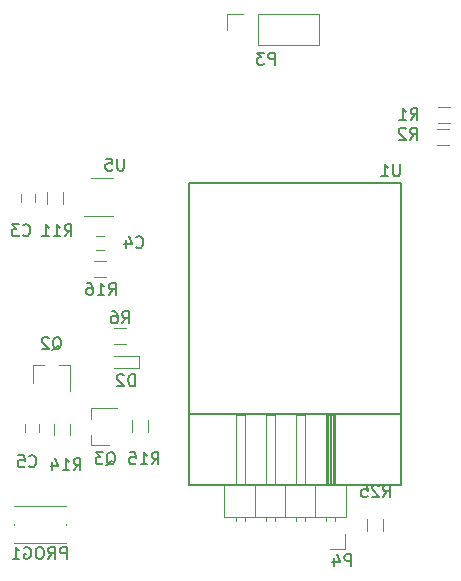
<source format=gbr>
G04 #@! TF.FileFunction,Legend,Bot*
%FSLAX46Y46*%
G04 Gerber Fmt 4.6, Leading zero omitted, Abs format (unit mm)*
G04 Created by KiCad (PCBNEW 4.0.6+dfsg1-1) date Wed Jul 26 09:48:40 2017*
%MOMM*%
%LPD*%
G01*
G04 APERTURE LIST*
%ADD10C,0.100000*%
%ADD11C,0.120000*%
%ADD12C,0.150000*%
G04 APERTURE END LIST*
D10*
D11*
X137970000Y-78920000D02*
X137970000Y-81580000D01*
X132830000Y-78920000D02*
X137970000Y-78920000D01*
X132830000Y-81580000D02*
X137970000Y-81580000D01*
X132830000Y-78920000D02*
X132830000Y-81580000D01*
X131560000Y-78920000D02*
X130230000Y-78920000D01*
X130230000Y-78920000D02*
X130230000Y-80250000D01*
X113750000Y-108670000D02*
X114680000Y-108670000D01*
X116910000Y-108670000D02*
X115980000Y-108670000D01*
X116910000Y-108670000D02*
X116910000Y-110830000D01*
X113750000Y-108670000D02*
X113750000Y-110130000D01*
X112748000Y-94154690D02*
X112748000Y-94854690D01*
X113948000Y-94854690D02*
X113948000Y-94154690D01*
X119823000Y-97729690D02*
X119123000Y-97729690D01*
X119123000Y-98929690D02*
X119823000Y-98929690D01*
X114318000Y-114359000D02*
X114318000Y-113659000D01*
X113118000Y-113659000D02*
X113118000Y-114359000D01*
X122750000Y-107860000D02*
X122750000Y-108860000D01*
X122750000Y-108860000D02*
X120650000Y-108860000D01*
X122750000Y-107860000D02*
X120650000Y-107860000D01*
X116568000Y-122109000D02*
X116568000Y-122209000D01*
X112168000Y-120609000D02*
X116568000Y-120609000D01*
X116568000Y-123709000D02*
X112168000Y-123709000D01*
X112168000Y-122109000D02*
X112168000Y-122209000D01*
X118720000Y-115460000D02*
X118720000Y-114530000D01*
X118720000Y-112300000D02*
X118720000Y-113230000D01*
X118720000Y-112300000D02*
X120880000Y-112300000D01*
X118720000Y-115460000D02*
X120180000Y-115460000D01*
X148050000Y-88130000D02*
X149050000Y-88130000D01*
X149050000Y-86770000D02*
X148050000Y-86770000D01*
X148988000Y-88674000D02*
X147988000Y-88674000D01*
X147988000Y-90034000D02*
X148988000Y-90034000D01*
X121658000Y-105492000D02*
X120658000Y-105492000D01*
X120658000Y-106852000D02*
X121658000Y-106852000D01*
X114943000Y-93979690D02*
X114943000Y-94979690D01*
X116303000Y-94979690D02*
X116303000Y-93979690D01*
X115580000Y-113600000D02*
X115580000Y-114600000D01*
X116940000Y-114600000D02*
X116940000Y-113600000D01*
X122150000Y-113280000D02*
X122150000Y-114280000D01*
X123510000Y-114280000D02*
X123510000Y-113280000D01*
X118975000Y-101180000D02*
X119975000Y-101180000D01*
X119975000Y-99820000D02*
X118975000Y-99820000D01*
X142045000Y-121700000D02*
X142045000Y-122700000D01*
X143405000Y-122700000D02*
X143405000Y-121700000D01*
D12*
X144973880Y-112776800D02*
X144973880Y-118776800D01*
X144973880Y-118776800D02*
X126973880Y-118776800D01*
X126973880Y-118776800D02*
X126973880Y-112776800D01*
X126973880Y-112776800D02*
X144973880Y-112776800D01*
X144973880Y-112776800D02*
X144973880Y-93276800D01*
X144973880Y-93276800D02*
X126973880Y-93276800D01*
X126973880Y-93276800D02*
X126973880Y-112776800D01*
D11*
X118723000Y-92819690D02*
X120523000Y-92819690D01*
X120523000Y-96039690D02*
X118073000Y-96039690D01*
X140268000Y-121496000D02*
X129988000Y-121496000D01*
X129988000Y-121496000D02*
X129988000Y-118836000D01*
X129988000Y-118836000D02*
X140268000Y-118836000D01*
X140268000Y-118836000D02*
X140268000Y-121496000D01*
X139318000Y-118836000D02*
X139318000Y-112836000D01*
X139318000Y-112836000D02*
X138558000Y-112836000D01*
X138558000Y-112836000D02*
X138558000Y-118836000D01*
X139258000Y-118836000D02*
X139258000Y-112836000D01*
X139138000Y-118836000D02*
X139138000Y-112836000D01*
X139018000Y-118836000D02*
X139018000Y-112836000D01*
X138898000Y-118836000D02*
X138898000Y-112836000D01*
X138778000Y-118836000D02*
X138778000Y-112836000D01*
X138658000Y-118836000D02*
X138658000Y-112836000D01*
X139318000Y-121826000D02*
X139318000Y-121496000D01*
X138558000Y-121826000D02*
X138558000Y-121496000D01*
X137668000Y-121496000D02*
X137668000Y-118836000D01*
X136778000Y-118836000D02*
X136778000Y-112836000D01*
X136778000Y-112836000D02*
X136018000Y-112836000D01*
X136018000Y-112836000D02*
X136018000Y-118836000D01*
X136778000Y-121893071D02*
X136778000Y-121496000D01*
X136018000Y-121893071D02*
X136018000Y-121496000D01*
X135128000Y-121496000D02*
X135128000Y-118836000D01*
X134238000Y-118836000D02*
X134238000Y-112836000D01*
X134238000Y-112836000D02*
X133478000Y-112836000D01*
X133478000Y-112836000D02*
X133478000Y-118836000D01*
X134238000Y-121893071D02*
X134238000Y-121496000D01*
X133478000Y-121893071D02*
X133478000Y-121496000D01*
X132588000Y-121496000D02*
X132588000Y-118836000D01*
X131698000Y-118836000D02*
X131698000Y-112836000D01*
X131698000Y-112836000D02*
X130938000Y-112836000D01*
X130938000Y-112836000D02*
X130938000Y-118836000D01*
X131698000Y-121893071D02*
X131698000Y-121496000D01*
X130938000Y-121893071D02*
X130938000Y-121496000D01*
X138938000Y-124206000D02*
X140208000Y-124206000D01*
X140208000Y-124206000D02*
X140208000Y-122936000D01*
D12*
X134248095Y-83202381D02*
X134248095Y-82202381D01*
X133867142Y-82202381D01*
X133771904Y-82250000D01*
X133724285Y-82297619D01*
X133676666Y-82392857D01*
X133676666Y-82535714D01*
X133724285Y-82630952D01*
X133771904Y-82678571D01*
X133867142Y-82726190D01*
X134248095Y-82726190D01*
X133343333Y-82202381D02*
X132724285Y-82202381D01*
X133057619Y-82583333D01*
X132914761Y-82583333D01*
X132819523Y-82630952D01*
X132771904Y-82678571D01*
X132724285Y-82773810D01*
X132724285Y-83011905D01*
X132771904Y-83107143D01*
X132819523Y-83154762D01*
X132914761Y-83202381D01*
X133200476Y-83202381D01*
X133295714Y-83154762D01*
X133343333Y-83107143D01*
X115425238Y-107377619D02*
X115520476Y-107330000D01*
X115615714Y-107234762D01*
X115758571Y-107091905D01*
X115853810Y-107044286D01*
X115949048Y-107044286D01*
X115901429Y-107282381D02*
X115996667Y-107234762D01*
X116091905Y-107139524D01*
X116139524Y-106949048D01*
X116139524Y-106615714D01*
X116091905Y-106425238D01*
X115996667Y-106330000D01*
X115901429Y-106282381D01*
X115710952Y-106282381D01*
X115615714Y-106330000D01*
X115520476Y-106425238D01*
X115472857Y-106615714D01*
X115472857Y-106949048D01*
X115520476Y-107139524D01*
X115615714Y-107234762D01*
X115710952Y-107282381D01*
X115901429Y-107282381D01*
X115091905Y-106377619D02*
X115044286Y-106330000D01*
X114949048Y-106282381D01*
X114710952Y-106282381D01*
X114615714Y-106330000D01*
X114568095Y-106377619D01*
X114520476Y-106472857D01*
X114520476Y-106568095D01*
X114568095Y-106710952D01*
X115139524Y-107282381D01*
X114520476Y-107282381D01*
X112942666Y-97639143D02*
X112990285Y-97686762D01*
X113133142Y-97734381D01*
X113228380Y-97734381D01*
X113371238Y-97686762D01*
X113466476Y-97591524D01*
X113514095Y-97496286D01*
X113561714Y-97305810D01*
X113561714Y-97162952D01*
X113514095Y-96972476D01*
X113466476Y-96877238D01*
X113371238Y-96782000D01*
X113228380Y-96734381D01*
X113133142Y-96734381D01*
X112990285Y-96782000D01*
X112942666Y-96829619D01*
X112609333Y-96734381D02*
X111990285Y-96734381D01*
X112323619Y-97115333D01*
X112180761Y-97115333D01*
X112085523Y-97162952D01*
X112037904Y-97210571D01*
X111990285Y-97305810D01*
X111990285Y-97543905D01*
X112037904Y-97639143D01*
X112085523Y-97686762D01*
X112180761Y-97734381D01*
X112466476Y-97734381D01*
X112561714Y-97686762D01*
X112609333Y-97639143D01*
X122504666Y-98655143D02*
X122552285Y-98702762D01*
X122695142Y-98750381D01*
X122790380Y-98750381D01*
X122933238Y-98702762D01*
X123028476Y-98607524D01*
X123076095Y-98512286D01*
X123123714Y-98321810D01*
X123123714Y-98178952D01*
X123076095Y-97988476D01*
X123028476Y-97893238D01*
X122933238Y-97798000D01*
X122790380Y-97750381D01*
X122695142Y-97750381D01*
X122552285Y-97798000D01*
X122504666Y-97845619D01*
X121647523Y-98083714D02*
X121647523Y-98750381D01*
X121885619Y-97702762D02*
X122123714Y-98417048D01*
X121504666Y-98417048D01*
X113450666Y-117197143D02*
X113498285Y-117244762D01*
X113641142Y-117292381D01*
X113736380Y-117292381D01*
X113879238Y-117244762D01*
X113974476Y-117149524D01*
X114022095Y-117054286D01*
X114069714Y-116863810D01*
X114069714Y-116720952D01*
X114022095Y-116530476D01*
X113974476Y-116435238D01*
X113879238Y-116340000D01*
X113736380Y-116292381D01*
X113641142Y-116292381D01*
X113498285Y-116340000D01*
X113450666Y-116387619D01*
X112545904Y-116292381D02*
X113022095Y-116292381D01*
X113069714Y-116768571D01*
X113022095Y-116720952D01*
X112926857Y-116673333D01*
X112688761Y-116673333D01*
X112593523Y-116720952D01*
X112545904Y-116768571D01*
X112498285Y-116863810D01*
X112498285Y-117101905D01*
X112545904Y-117197143D01*
X112593523Y-117244762D01*
X112688761Y-117292381D01*
X112926857Y-117292381D01*
X113022095Y-117244762D01*
X113069714Y-117197143D01*
X122404095Y-110434381D02*
X122404095Y-109434381D01*
X122166000Y-109434381D01*
X122023142Y-109482000D01*
X121927904Y-109577238D01*
X121880285Y-109672476D01*
X121832666Y-109862952D01*
X121832666Y-110005810D01*
X121880285Y-110196286D01*
X121927904Y-110291524D01*
X122023142Y-110386762D01*
X122166000Y-110434381D01*
X122404095Y-110434381D01*
X121451714Y-109529619D02*
X121404095Y-109482000D01*
X121308857Y-109434381D01*
X121070761Y-109434381D01*
X120975523Y-109482000D01*
X120927904Y-109529619D01*
X120880285Y-109624857D01*
X120880285Y-109720095D01*
X120927904Y-109862952D01*
X121499333Y-110434381D01*
X120880285Y-110434381D01*
X116629905Y-125061381D02*
X116629905Y-124061381D01*
X116248952Y-124061381D01*
X116153714Y-124109000D01*
X116106095Y-124156619D01*
X116058476Y-124251857D01*
X116058476Y-124394714D01*
X116106095Y-124489952D01*
X116153714Y-124537571D01*
X116248952Y-124585190D01*
X116629905Y-124585190D01*
X115058476Y-125061381D02*
X115391810Y-124585190D01*
X115629905Y-125061381D02*
X115629905Y-124061381D01*
X115248952Y-124061381D01*
X115153714Y-124109000D01*
X115106095Y-124156619D01*
X115058476Y-124251857D01*
X115058476Y-124394714D01*
X115106095Y-124489952D01*
X115153714Y-124537571D01*
X115248952Y-124585190D01*
X115629905Y-124585190D01*
X114439429Y-124061381D02*
X114248952Y-124061381D01*
X114153714Y-124109000D01*
X114058476Y-124204238D01*
X114010857Y-124394714D01*
X114010857Y-124728048D01*
X114058476Y-124918524D01*
X114153714Y-125013762D01*
X114248952Y-125061381D01*
X114439429Y-125061381D01*
X114534667Y-125013762D01*
X114629905Y-124918524D01*
X114677524Y-124728048D01*
X114677524Y-124394714D01*
X114629905Y-124204238D01*
X114534667Y-124109000D01*
X114439429Y-124061381D01*
X113058476Y-124109000D02*
X113153714Y-124061381D01*
X113296571Y-124061381D01*
X113439429Y-124109000D01*
X113534667Y-124204238D01*
X113582286Y-124299476D01*
X113629905Y-124489952D01*
X113629905Y-124632810D01*
X113582286Y-124823286D01*
X113534667Y-124918524D01*
X113439429Y-125013762D01*
X113296571Y-125061381D01*
X113201333Y-125061381D01*
X113058476Y-125013762D01*
X113010857Y-124966143D01*
X113010857Y-124632810D01*
X113201333Y-124632810D01*
X112058476Y-125061381D02*
X112629905Y-125061381D01*
X112344191Y-125061381D02*
X112344191Y-124061381D01*
X112439429Y-124204238D01*
X112534667Y-124299476D01*
X112629905Y-124347095D01*
X119983238Y-117133619D02*
X120078476Y-117086000D01*
X120173714Y-116990762D01*
X120316571Y-116847905D01*
X120411810Y-116800286D01*
X120507048Y-116800286D01*
X120459429Y-117038381D02*
X120554667Y-116990762D01*
X120649905Y-116895524D01*
X120697524Y-116705048D01*
X120697524Y-116371714D01*
X120649905Y-116181238D01*
X120554667Y-116086000D01*
X120459429Y-116038381D01*
X120268952Y-116038381D01*
X120173714Y-116086000D01*
X120078476Y-116181238D01*
X120030857Y-116371714D01*
X120030857Y-116705048D01*
X120078476Y-116895524D01*
X120173714Y-116990762D01*
X120268952Y-117038381D01*
X120459429Y-117038381D01*
X119697524Y-116038381D02*
X119078476Y-116038381D01*
X119411810Y-116419333D01*
X119268952Y-116419333D01*
X119173714Y-116466952D01*
X119126095Y-116514571D01*
X119078476Y-116609810D01*
X119078476Y-116847905D01*
X119126095Y-116943143D01*
X119173714Y-116990762D01*
X119268952Y-117038381D01*
X119554667Y-117038381D01*
X119649905Y-116990762D01*
X119697524Y-116943143D01*
X145752666Y-87902381D02*
X146086000Y-87426190D01*
X146324095Y-87902381D02*
X146324095Y-86902381D01*
X145943142Y-86902381D01*
X145847904Y-86950000D01*
X145800285Y-86997619D01*
X145752666Y-87092857D01*
X145752666Y-87235714D01*
X145800285Y-87330952D01*
X145847904Y-87378571D01*
X145943142Y-87426190D01*
X146324095Y-87426190D01*
X144800285Y-87902381D02*
X145371714Y-87902381D01*
X145086000Y-87902381D02*
X145086000Y-86902381D01*
X145181238Y-87045238D01*
X145276476Y-87140476D01*
X145371714Y-87188095D01*
X145704666Y-89552381D02*
X146038000Y-89076190D01*
X146276095Y-89552381D02*
X146276095Y-88552381D01*
X145895142Y-88552381D01*
X145799904Y-88600000D01*
X145752285Y-88647619D01*
X145704666Y-88742857D01*
X145704666Y-88885714D01*
X145752285Y-88980952D01*
X145799904Y-89028571D01*
X145895142Y-89076190D01*
X146276095Y-89076190D01*
X145323714Y-88647619D02*
X145276095Y-88600000D01*
X145180857Y-88552381D01*
X144942761Y-88552381D01*
X144847523Y-88600000D01*
X144799904Y-88647619D01*
X144752285Y-88742857D01*
X144752285Y-88838095D01*
X144799904Y-88980952D01*
X145371333Y-89552381D01*
X144752285Y-89552381D01*
X121324666Y-105100381D02*
X121658000Y-104624190D01*
X121896095Y-105100381D02*
X121896095Y-104100381D01*
X121515142Y-104100381D01*
X121419904Y-104148000D01*
X121372285Y-104195619D01*
X121324666Y-104290857D01*
X121324666Y-104433714D01*
X121372285Y-104528952D01*
X121419904Y-104576571D01*
X121515142Y-104624190D01*
X121896095Y-104624190D01*
X120467523Y-104100381D02*
X120658000Y-104100381D01*
X120753238Y-104148000D01*
X120800857Y-104195619D01*
X120896095Y-104338476D01*
X120943714Y-104528952D01*
X120943714Y-104909905D01*
X120896095Y-105005143D01*
X120848476Y-105052762D01*
X120753238Y-105100381D01*
X120562761Y-105100381D01*
X120467523Y-105052762D01*
X120419904Y-105005143D01*
X120372285Y-104909905D01*
X120372285Y-104671810D01*
X120419904Y-104576571D01*
X120467523Y-104528952D01*
X120562761Y-104481333D01*
X120753238Y-104481333D01*
X120848476Y-104528952D01*
X120896095Y-104576571D01*
X120943714Y-104671810D01*
X116466857Y-97734381D02*
X116800191Y-97258190D01*
X117038286Y-97734381D02*
X117038286Y-96734381D01*
X116657333Y-96734381D01*
X116562095Y-96782000D01*
X116514476Y-96829619D01*
X116466857Y-96924857D01*
X116466857Y-97067714D01*
X116514476Y-97162952D01*
X116562095Y-97210571D01*
X116657333Y-97258190D01*
X117038286Y-97258190D01*
X115514476Y-97734381D02*
X116085905Y-97734381D01*
X115800191Y-97734381D02*
X115800191Y-96734381D01*
X115895429Y-96877238D01*
X115990667Y-96972476D01*
X116085905Y-97020095D01*
X114562095Y-97734381D02*
X115133524Y-97734381D01*
X114847810Y-97734381D02*
X114847810Y-96734381D01*
X114943048Y-96877238D01*
X115038286Y-96972476D01*
X115133524Y-97020095D01*
X117228857Y-117546381D02*
X117562191Y-117070190D01*
X117800286Y-117546381D02*
X117800286Y-116546381D01*
X117419333Y-116546381D01*
X117324095Y-116594000D01*
X117276476Y-116641619D01*
X117228857Y-116736857D01*
X117228857Y-116879714D01*
X117276476Y-116974952D01*
X117324095Y-117022571D01*
X117419333Y-117070190D01*
X117800286Y-117070190D01*
X116276476Y-117546381D02*
X116847905Y-117546381D01*
X116562191Y-117546381D02*
X116562191Y-116546381D01*
X116657429Y-116689238D01*
X116752667Y-116784476D01*
X116847905Y-116832095D01*
X115419333Y-116879714D02*
X115419333Y-117546381D01*
X115657429Y-116498762D02*
X115895524Y-117213048D01*
X115276476Y-117213048D01*
X123832857Y-117038381D02*
X124166191Y-116562190D01*
X124404286Y-117038381D02*
X124404286Y-116038381D01*
X124023333Y-116038381D01*
X123928095Y-116086000D01*
X123880476Y-116133619D01*
X123832857Y-116228857D01*
X123832857Y-116371714D01*
X123880476Y-116466952D01*
X123928095Y-116514571D01*
X124023333Y-116562190D01*
X124404286Y-116562190D01*
X122880476Y-117038381D02*
X123451905Y-117038381D01*
X123166191Y-117038381D02*
X123166191Y-116038381D01*
X123261429Y-116181238D01*
X123356667Y-116276476D01*
X123451905Y-116324095D01*
X121975714Y-116038381D02*
X122451905Y-116038381D01*
X122499524Y-116514571D01*
X122451905Y-116466952D01*
X122356667Y-116419333D01*
X122118571Y-116419333D01*
X122023333Y-116466952D01*
X121975714Y-116514571D01*
X121928095Y-116609810D01*
X121928095Y-116847905D01*
X121975714Y-116943143D01*
X122023333Y-116990762D01*
X122118571Y-117038381D01*
X122356667Y-117038381D01*
X122451905Y-116990762D01*
X122499524Y-116943143D01*
X120192857Y-102702381D02*
X120526191Y-102226190D01*
X120764286Y-102702381D02*
X120764286Y-101702381D01*
X120383333Y-101702381D01*
X120288095Y-101750000D01*
X120240476Y-101797619D01*
X120192857Y-101892857D01*
X120192857Y-102035714D01*
X120240476Y-102130952D01*
X120288095Y-102178571D01*
X120383333Y-102226190D01*
X120764286Y-102226190D01*
X119240476Y-102702381D02*
X119811905Y-102702381D01*
X119526191Y-102702381D02*
X119526191Y-101702381D01*
X119621429Y-101845238D01*
X119716667Y-101940476D01*
X119811905Y-101988095D01*
X118383333Y-101702381D02*
X118573810Y-101702381D01*
X118669048Y-101750000D01*
X118716667Y-101797619D01*
X118811905Y-101940476D01*
X118859524Y-102130952D01*
X118859524Y-102511905D01*
X118811905Y-102607143D01*
X118764286Y-102654762D01*
X118669048Y-102702381D01*
X118478571Y-102702381D01*
X118383333Y-102654762D01*
X118335714Y-102607143D01*
X118288095Y-102511905D01*
X118288095Y-102273810D01*
X118335714Y-102178571D01*
X118383333Y-102130952D01*
X118478571Y-102083333D01*
X118669048Y-102083333D01*
X118764286Y-102130952D01*
X118811905Y-102178571D01*
X118859524Y-102273810D01*
X143442857Y-119802381D02*
X143776191Y-119326190D01*
X144014286Y-119802381D02*
X144014286Y-118802381D01*
X143633333Y-118802381D01*
X143538095Y-118850000D01*
X143490476Y-118897619D01*
X143442857Y-118992857D01*
X143442857Y-119135714D01*
X143490476Y-119230952D01*
X143538095Y-119278571D01*
X143633333Y-119326190D01*
X144014286Y-119326190D01*
X143061905Y-118897619D02*
X143014286Y-118850000D01*
X142919048Y-118802381D01*
X142680952Y-118802381D01*
X142585714Y-118850000D01*
X142538095Y-118897619D01*
X142490476Y-118992857D01*
X142490476Y-119088095D01*
X142538095Y-119230952D01*
X143109524Y-119802381D01*
X142490476Y-119802381D01*
X141585714Y-118802381D02*
X142061905Y-118802381D01*
X142109524Y-119278571D01*
X142061905Y-119230952D01*
X141966667Y-119183333D01*
X141728571Y-119183333D01*
X141633333Y-119230952D01*
X141585714Y-119278571D01*
X141538095Y-119373810D01*
X141538095Y-119611905D01*
X141585714Y-119707143D01*
X141633333Y-119754762D01*
X141728571Y-119802381D01*
X141966667Y-119802381D01*
X142061905Y-119754762D01*
X142109524Y-119707143D01*
X144838385Y-91648381D02*
X144838385Y-92457905D01*
X144790766Y-92553143D01*
X144743147Y-92600762D01*
X144647909Y-92648381D01*
X144457432Y-92648381D01*
X144362194Y-92600762D01*
X144314575Y-92553143D01*
X144266956Y-92457905D01*
X144266956Y-91648381D01*
X143266956Y-92648381D02*
X143838385Y-92648381D01*
X143552671Y-92648381D02*
X143552671Y-91648381D01*
X143647909Y-91791238D01*
X143743147Y-91886476D01*
X143838385Y-91934095D01*
X121484905Y-91182071D02*
X121484905Y-91991595D01*
X121437286Y-92086833D01*
X121389667Y-92134452D01*
X121294429Y-92182071D01*
X121103952Y-92182071D01*
X121008714Y-92134452D01*
X120961095Y-92086833D01*
X120913476Y-91991595D01*
X120913476Y-91182071D01*
X119961095Y-91182071D02*
X120437286Y-91182071D01*
X120484905Y-91658261D01*
X120437286Y-91610642D01*
X120342048Y-91563023D01*
X120103952Y-91563023D01*
X120008714Y-91610642D01*
X119961095Y-91658261D01*
X119913476Y-91753500D01*
X119913476Y-91991595D01*
X119961095Y-92086833D01*
X120008714Y-92134452D01*
X120103952Y-92182071D01*
X120342048Y-92182071D01*
X120437286Y-92134452D01*
X120484905Y-92086833D01*
X140706095Y-125684381D02*
X140706095Y-124684381D01*
X140325142Y-124684381D01*
X140229904Y-124732000D01*
X140182285Y-124779619D01*
X140134666Y-124874857D01*
X140134666Y-125017714D01*
X140182285Y-125112952D01*
X140229904Y-125160571D01*
X140325142Y-125208190D01*
X140706095Y-125208190D01*
X139277523Y-125017714D02*
X139277523Y-125684381D01*
X139515619Y-124636762D02*
X139753714Y-125351048D01*
X139134666Y-125351048D01*
M02*

</source>
